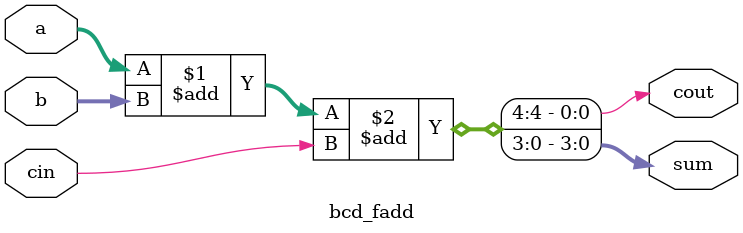
<source format=v>
module bcdadd100(

    input [399:0]  a, b,
    input          cin,
    output         cout,
    output [399:0] sum

);

    wire [99:0] cout_wires;

    genvar i;

        bcd_fadd fadd0(a[3:0], b[3:0], cin, cout_wires[0], sum[3:0]);

    generate 

        for (i = 1; i < 100; i = i +1 ) begin : fadd_400
            bcd_fadd fadd0( a[ (i *4) + 3 : i *4],
                            b[ (i *4) + 3 : i *4],
                            cout_wires[ i-1 ],
                            cout_wires[ i ],
                            sum[ (i *4) + 3 : i *4] );
        end

    endgenerate

    assign cout = cout_wires[99];



endmodule

module bcd_fadd(

    input [3:0] a,
    input [3:0] b,
    input       cin,
    output [3:0] sum,
    output       cout


);

    assign {cout, sum} = a + b + cin;

endmodule

/*

module top_module( 
    input [399:0] a, b,
    input cin,
    output cout,
    output [399:0] sum );
	
    wire[99:0] cout_wires;
    genvar i;
    
    generate
        bcd_fadd(a[3:0], b[3:0], cin, cout_wires[0],sum[3:0]);
        for (i=4; i<400; i=i+4) begin: bcd_adder_instances
            bcd_fadd bcd_adder(a[i+3:i], b[i+3:i], cout_wires[i/4-1],cout_wires[i/4],sum[i+3:i]);
        end
    endgenerate
    
    assign cout = cout_wires[99];
endmodule


*/
</source>
